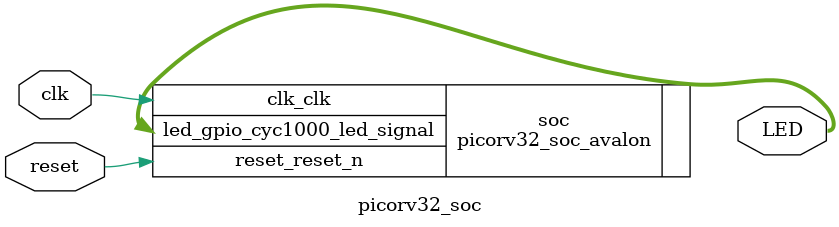
<source format=v>

`default_nettype none
`timescale 1 ns / 1 ns

module picorv32_soc(input clk,
							input reset,
							output [7:0] LED);
							
							
							
						
    picorv32_soc_avalon soc (
        .clk_clk                     (clk),                     //              clk.clk
        .led_gpio_cyc1000_led_signal (LED), // led_gpio_cyc1000.led_signal
        .reset_reset_n               (reset)                //            reset.reset_n
    );
	 
endmodule
//eof
	 
			
</source>
